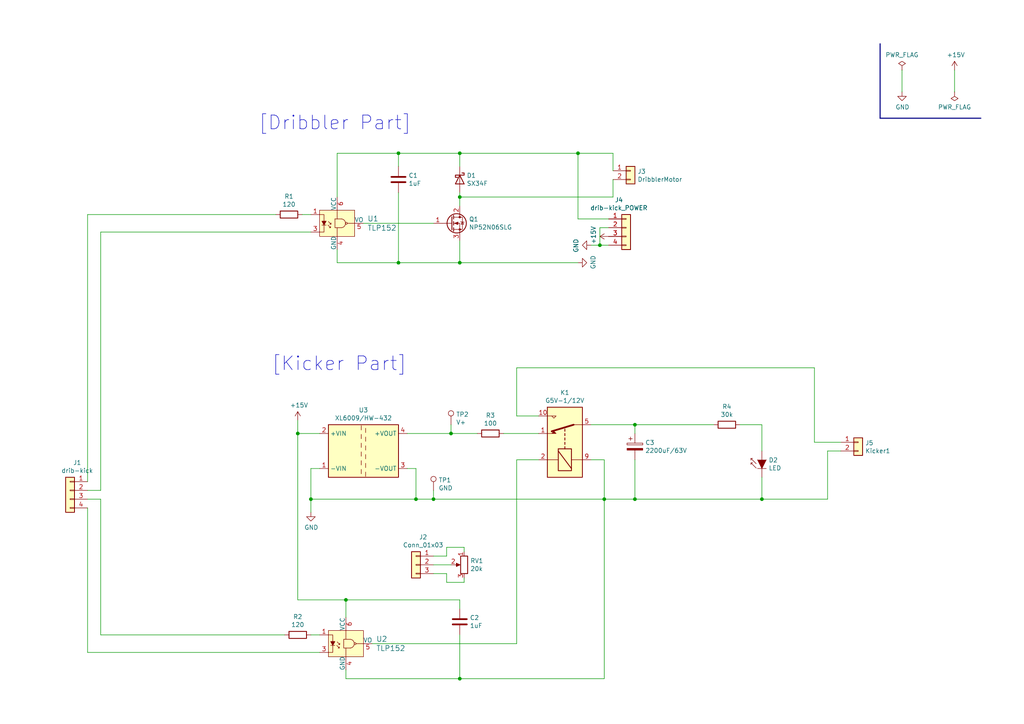
<source format=kicad_sch>
(kicad_sch (version 20211123) (generator eeschema)
  (paper "A4")
  (title_block (title "control board") (date "2021-11-06") (rev "V1.0") (company "Saeki.A"))
  (lib_symbols
    (symbol "1.Robot.prtty:LED" (pin_numbers hide) (pin_names (offset 1.016) hide)
      (property "Reference" "D" (at 0.508 1.778 0))
      (property "Value" "1.Robot.prtty_LED" (at -1.016 -2.794 0))
      (symbol "LED_0_1"
        (polyline (pts (xy -2.54 1.27) (xy -2.54 -1.27)) (stroke (width 0.1524)))
        (polyline (pts (xy 0.381 3.175) (xy -0.127 3.175)))
        (polyline (pts (xy -1.143 1.651) (xy 0.381 3.175) (xy 0.381 2.667)))
        (polyline (pts (xy 0 1.27) (xy -2.54 0) (xy 0 -1.27)) (fill (type outline)))
        (polyline (pts (xy -2.413 1.651) (xy -0.889 3.175) (xy -0.889 2.667) (xy -0.889 3.175) (xy -1.397 3.175)))
      )
      (symbol "LED_1_1"
        (pin passive line (at -5.08 0 0) (length 2.54) (name "K") (number "1"))
        (pin passive line (at 2.54 0 180) (length 2.54) (name "A") (number "2"))
      )
    )
    (symbol "1.Robot.prtty:TLP152" (pin_names (offset 0))
      (property "Reference" "U" (at -7.62 7.62 0))
      (property "Value" "1.Robot.prtty_TLP152" (at 2.54 -5.715 0))
      (symbol "TLP152_0_1"
        (rectangle (start -5.08 3.81) (end 5.08 -3.81) (fill (type background)))
        (polyline (pts (xy -4.445 -0.508) (xy -3.175 -0.508)))
        (polyline (pts (xy -1.905 -1.27) (xy -1.905 -0.889)))
        (polyline (pts (xy -1.778 -0.254) (xy -2.159 -0.254)))
        (polyline (pts (xy -0.635 1.27) (xy 1.27 1.27)))
        (polyline (pts (xy 0 -3.81) (xy 0 -1.27)))
        (polyline (pts (xy 0 3.81) (xy 0 1.27)))
        (polyline (pts (xy 2.921 0) (xy 5.08 0)))
        (polyline (pts (xy -5.08 -2.54) (xy -3.81 -2.54) (xy -3.81 -0.254)))
        (polyline (pts (xy -5.08 2.54) (xy -3.81 2.54) (xy -3.81 0.508)))
        (polyline (pts (xy -2.667 -0.508) (xy -1.905 -1.27) (xy -2.286 -1.27)))
        (polyline (pts (xy -2.54 0.508) (xy -1.778 -0.254) (xy -1.778 0.127)))
        (polyline (pts (xy -0.635 1.27) (xy -0.635 -1.27) (xy 1.27 -1.27)))
        (polyline (pts (xy -4.318 0.635) (xy -3.175 0.635) (xy -3.81 -0.508) (xy -4.445 0.635)) (fill (type outline)))
        (arc (start 1.27 -1.27) (mid 2.4193 0) (end 1.27 1.27))
        (circle (center 2.667 0) (radius 0.2794))
      )
      (symbol "TLP152_1_1"
        (pin passive line (at -7.62 2.54 0) (length 2.54) (name "~") (number "1"))
        (pin passive line (at -7.62 -2.54 0) (length 2.54) (name "~") (number "3"))
        (pin power_in line (at 0 -7.62 90) (length 3.81) (name "GND") (number "4"))
        (pin output line (at 7.62 0 180) (length 2.54) (name "VO") (number "5"))
        (pin power_in line (at 0 7.62 270) (length 3.81) (name "VCC") (number "6"))
      )
    )
    (symbol "Connector:TestPoint" (pin_numbers hide) (pin_names (offset 0.762) hide)
      (property "Reference" "TP" (at 0 6.858 0))
      (property "Value" "TestPoint" (at 0 5.08 0))
      (symbol "TestPoint_0_1"
        (circle (center 0 3.302) (radius 0.762))
      )
      (symbol "TestPoint_1_1"
        (pin passive line (at 0 0 90) (length 2.54) (name "1") (number "1"))
      )
    )
    (symbol "Connector_Generic:Conn_01x02" (pin_names (offset 1.016) hide)
      (property "Reference" "J" (at 0 2.54 0))
      (property "Value" "Conn_01x02" (at 0 -5.08 0))
      (symbol "Conn_01x02_1_1"
        (rectangle (start -1.27 -2.413) (end 0 -2.667) (stroke (width 0.1524)))
        (rectangle (start -1.27 0.127) (end 0 -0.127) (stroke (width 0.1524)))
        (rectangle (start -1.27 1.27) (end 1.27 -3.81) (stroke (width 0.254)) (fill (type background)))
        (pin passive line (at -5.08 0 0) (length 3.81) (name "Pin_1") (number "1"))
        (pin passive line (at -5.08 -2.54 0) (length 3.81) (name "Pin_2") (number "2"))
      )
    )
    (symbol "Connector_Generic:Conn_01x03" (pin_names (offset 1.016) hide)
      (property "Reference" "J" (at 0 5.08 0))
      (property "Value" "Conn_01x03" (at 0 -5.08 0))
      (symbol "Conn_01x03_1_1"
        (rectangle (start -1.27 -2.413) (end 0 -2.667) (stroke (width 0.1524)))
        (rectangle (start -1.27 0.127) (end 0 -0.127) (stroke (width 0.1524)))
        (rectangle (start -1.27 2.667) (end 0 2.413) (stroke (width 0.1524)))
        (rectangle (start -1.27 3.81) (end 1.27 -3.81) (stroke (width 0.254)) (fill (type background)))
        (pin passive line (at -5.08 2.54 0) (length 3.81) (name "Pin_1") (number "1"))
        (pin passive line (at -5.08 0 0) (length 3.81) (name "Pin_2") (number "2"))
        (pin passive line (at -5.08 -2.54 0) (length 3.81) (name "Pin_3") (number "3"))
      )
    )
    (symbol "Connector_Generic:Conn_01x04" (pin_names (offset 1.016) hide)
      (property "Reference" "J" (at 0 5.08 0))
      (property "Value" "Conn_01x04" (at 0 -7.62 0))
      (symbol "Conn_01x04_1_1"
        (rectangle (start -1.27 -4.953) (end 0 -5.207) (stroke (width 0.1524)))
        (rectangle (start -1.27 -2.413) (end 0 -2.667) (stroke (width 0.1524)))
        (rectangle (start -1.27 0.127) (end 0 -0.127) (stroke (width 0.1524)))
        (rectangle (start -1.27 2.667) (end 0 2.413) (stroke (width 0.1524)))
        (rectangle (start -1.27 3.81) (end 1.27 -6.35) (stroke (width 0.254)) (fill (type background)))
        (pin passive line (at -5.08 2.54 0) (length 3.81) (name "Pin_1") (number "1"))
        (pin passive line (at -5.08 0 0) (length 3.81) (name "Pin_2") (number "2"))
        (pin passive line (at -5.08 -2.54 0) (length 3.81) (name "Pin_3") (number "3"))
        (pin passive line (at -5.08 -5.08 0) (length 3.81) (name "Pin_4") (number "4"))
      )
    )
    (symbol "Device:C" (pin_numbers hide) (pin_names (offset 0.254))
      (property "Reference" "C" (at 0.635 2.54 0))
      (property "Value" "C" (at 0.635 -2.54 0))
      (symbol "C_0_1"
        (polyline (pts (xy -2.032 -0.762) (xy 2.032 -0.762)) (stroke (width 0.508)))
        (polyline (pts (xy -2.032 0.762) (xy 2.032 0.762)) (stroke (width 0.508)))
      )
      (symbol "C_1_1"
        (pin passive line (at 0 3.81 270) (length 2.794) (name "~") (number "1"))
        (pin passive line (at 0 -3.81 90) (length 2.794) (name "~") (number "2"))
      )
    )
    (symbol "Device:CP" (pin_numbers hide) (pin_names (offset 0.254))
      (property "Reference" "C" (at 0.635 2.54 0))
      (property "Value" "Device_CP" (at 0.635 -2.54 0))
      (symbol "CP_0_1"
        (rectangle (start -2.286 0.508) (end 2.286 1.016))
        (polyline (pts (xy -1.778 2.286) (xy -0.762 2.286)))
        (polyline (pts (xy -1.27 2.794) (xy -1.27 1.778)))
        (rectangle (start 2.286 -0.508) (end -2.286 -1.016) (fill (type outline)))
      )
      (symbol "CP_1_1"
        (pin passive line (at 0 3.81 270) (length 2.794) (name "~") (number "1"))
        (pin passive line (at 0 -3.81 90) (length 2.794) (name "~") (number "2"))
      )
    )
    (symbol "Device:D_Schottky" (pin_numbers hide) (pin_names (offset 1.016) hide)
      (property "Reference" "D" (at 0 2.54 0))
      (property "Value" "D_Schottky" (at 0 -2.54 0))
      (symbol "D_Schottky_0_1"
        (polyline (pts (xy 1.27 0) (xy -1.27 0)))
        (polyline (pts (xy 1.27 1.27) (xy 1.27 -1.27) (xy -1.27 0) (xy 1.27 1.27)) (stroke (width 0.254)))
        (polyline (pts (xy -1.905 0.635) (xy -1.905 1.27) (xy -1.27 1.27) (xy -1.27 -1.27) (xy -0.635 -1.27) (xy -0.635 -0.635)) (stroke (width 0.254)))
      )
      (symbol "D_Schottky_1_1"
        (pin passive line (at -3.81 0 0) (length 2.54) (name "K") (number "1"))
        (pin passive line (at 3.81 0 180) (length 2.54) (name "A") (number "2"))
      )
    )
    (symbol "Device:R" (pin_numbers hide) (pin_names (offset 0))
      (property "Reference" "R" (at 2.032 0 90))
      (property "Value" "R" (at 0 0 90))
      (symbol "R_0_1"
        (rectangle (start -1.016 -2.54) (end 1.016 2.54) (stroke (width 0.254)))
      )
      (symbol "R_1_1"
        (pin passive line (at 0 3.81 270) (length 1.27) (name "~") (number "1"))
        (pin passive line (at 0 -3.81 90) (length 1.27) (name "~") (number "2"))
      )
    )
    (symbol "Device:R_POT" (pin_names (offset 1.016) hide)
      (property "Reference" "RV" (at -4.445 0 90))
      (property "Value" "Device_R_POT" (at -2.54 0 90))
      (symbol "R_POT_0_1"
        (polyline (pts (xy 2.54 0) (xy 1.524 0)))
        (polyline (pts (xy 1.143 0) (xy 2.286 0.508) (xy 2.286 -0.508) (xy 1.143 0)) (fill (type outline)))
        (rectangle (start 1.016 2.54) (end -1.016 -2.54) (stroke (width 0.254)))
      )
      (symbol "R_POT_1_1"
        (pin passive line (at 0 3.81 270) (length 1.27) (name "1") (number "1"))
        (pin passive line (at 3.81 0 180) (length 1.27) (name "2") (number "2"))
        (pin passive line (at 0 -3.81 90) (length 1.27) (name "3") (number "3"))
      )
    )
    (symbol "Kikker20200725-rescue:TLP157-Akizuki" (pin_names (offset 0))
      (property "Reference" "U" (at -7.62 7.62 0))
      (property "Value" "Kikker20200725-rescue_TLP157-Akizuki" (at 2.54 -5.715 0))
      (symbol "TLP157-Akizuki_0_1"
        (rectangle (start -5.08 3.81) (end 5.08 -3.81) (fill (type background)))
        (polyline (pts (xy -4.445 -0.508) (xy -3.175 -0.508)))
        (polyline (pts (xy -1.905 -1.27) (xy -1.905 -0.889)))
        (polyline (pts (xy -1.778 -0.254) (xy -2.159 -0.254)))
        (polyline (pts (xy -0.635 1.27) (xy 1.27 1.27)))
        (polyline (pts (xy 0 -3.81) (xy 0 -1.27)))
        (polyline (pts (xy 0 3.81) (xy 0 1.27)))
        (polyline (pts (xy 2.921 0) (xy 5.08 0)))
        (polyline (pts (xy -5.08 -2.54) (xy -3.81 -2.54) (xy -3.81 -0.254)))
        (polyline (pts (xy -5.08 2.54) (xy -3.81 2.54) (xy -3.81 0.508)))
        (polyline (pts (xy -2.667 -0.508) (xy -1.905 -1.27) (xy -2.286 -1.27)))
        (polyline (pts (xy -2.54 0.508) (xy -1.778 -0.254) (xy -1.778 0.127)))
        (polyline (pts (xy -0.635 1.27) (xy -0.635 -1.27) (xy 1.27 -1.27)))
        (polyline (pts (xy -4.318 0.635) (xy -3.175 0.635) (xy -3.81 -0.508) (xy -4.445 0.635)) (fill (type outline)))
        (arc (start 1.27 -1.27) (mid 2.4193 0) (end 1.27 1.27))
        (circle (center 2.667 0) (radius 0.2794))
      )
      (symbol "TLP157-Akizuki_1_1"
        (pin passive line (at -7.62 2.54 0) (length 2.54) (name "~") (number "1"))
        (pin passive line (at -7.62 -2.54 0) (length 2.54) (name "~") (number "3"))
        (pin power_in line (at 0 -7.62 90) (length 3.81) (name "GND") (number "4"))
        (pin output line (at 7.62 0 180) (length 2.54) (name "VO") (number "5"))
        (pin power_in line (at 0 7.62 270) (length 3.81) (name "VCC") (number "6"))
      )
    )
    (symbol "Regulator_Switching:CRE1S0305S3C"
      (property "Reference" "U" (at -8.89 8.89 0))
      (property "Value" "CRE1S0305S3C" (at 2.54 8.89 0))
      (symbol "CRE1S0305S3C_0_1"
        (rectangle (start -10.16 7.62) (end 10.16 -7.62) (stroke (width 0.254)) (fill (type background)))
        (polyline (pts (xy -0.635 -5.334) (xy -0.635 -6.604)))
        (polyline (pts (xy -0.635 -2.794) (xy -0.635 -4.064)))
        (polyline (pts (xy -0.635 -0.254) (xy -0.635 -1.524)))
        (polyline (pts (xy -0.635 2.286) (xy -0.635 1.016)))
        (polyline (pts (xy -0.635 4.826) (xy -0.635 3.556)))
        (polyline (pts (xy -0.635 7.366) (xy -0.635 6.096)))
        (polyline (pts (xy 0.635 -7.366) (xy 0.635 -6.096)))
        (polyline (pts (xy 0.635 -4.826) (xy 0.635 -3.556)))
        (polyline (pts (xy 0.635 -2.286) (xy 0.635 -1.016)))
        (polyline (pts (xy 0.635 0.254) (xy 0.635 1.524)))
        (polyline (pts (xy 0.635 2.794) (xy 0.635 4.064)))
        (polyline (pts (xy 0.635 5.334) (xy 0.635 6.604)))
      )
      (symbol "CRE1S0305S3C_1_1"
        (pin power_in line (at -12.7 -5.08 0) (length 2.54) (name "-VIN") (number "1"))
        (pin power_in line (at -12.7 5.08 0) (length 2.54) (name "+VIN") (number "2"))
        (pin power_out line (at 12.7 -5.08 180) (length 2.54) (name "-VOUT") (number "3"))
        (pin power_out line (at 12.7 5.08 180) (length 2.54) (name "+VOUT") (number "4"))
      )
    )
    (symbol "Relay:G5V-1"
      (property "Reference" "K" (at 11.43 3.81 0))
      (property "Value" "G5V-1" (at 11.43 1.27 0))
      (symbol "G5V-1_0_0"
        (polyline (pts (xy 7.62 5.08) (xy 7.62 2.54) (xy 6.985 3.175) (xy 7.62 3.81)))
      )
      (symbol "G5V-1_0_1"
        (rectangle (start -10.16 5.08) (end 10.16 -5.08) (stroke (width 0.254)) (fill (type background)))
        (rectangle (start -8.255 1.905) (end -1.905 -1.905) (stroke (width 0.254)))
        (polyline (pts (xy -7.62 -1.905) (xy -2.54 1.905)) (stroke (width 0.254)))
        (polyline (pts (xy -5.08 -5.08) (xy -5.08 -1.905)))
        (polyline (pts (xy -5.08 5.08) (xy -5.08 1.905)))
        (polyline (pts (xy -1.905 0) (xy -1.27 0)) (stroke (width 0.254)))
        (polyline (pts (xy -0.635 0) (xy 0 0)) (stroke (width 0.254)))
        (polyline (pts (xy 0.635 0) (xy 1.27 0)) (stroke (width 0.254)))
        (polyline (pts (xy 1.905 0) (xy 2.54 0)) (stroke (width 0.254)))
        (polyline (pts (xy 3.175 0) (xy 3.81 0)) (stroke (width 0.254)))
        (polyline (pts (xy 5.08 -2.54) (xy 3.175 3.81)) (stroke (width 0.508)))
        (polyline (pts (xy 5.08 -2.54) (xy 5.08 -5.08)))
        (polyline (pts (xy 2.54 5.08) (xy 2.54 2.54) (xy 3.175 3.175) (xy 2.54 3.81)) (fill (type outline)))
      )
      (symbol "G5V-1_1_1"
        (pin passive line (at 2.54 7.62 270) (length 2.54) (name "~") (number "1"))
        (pin passive line (at 7.62 7.62 270) (length 2.54) (name "~") (number "10"))
        (pin passive line (at -5.08 7.62 270) (length 2.54) (name "~") (number "2"))
        (pin passive line (at 5.08 -7.62 90) (length 2.54) (name "~") (number "5"))
        (pin passive line (at 5.08 -7.62 90) (length 2.54) hide (name "~") (number "6"))
        (pin passive line (at -5.08 -7.62 90) (length 2.54) (name "~") (number "9"))
      )
    )
    (symbol "Transistor_FET:NP52N06SLG" (pin_names hide)
      (property "Reference" "Q" (at 5.08 1.905 0))
      (property "Value" "Transistor_FET_NP52N06SLG" (at 5.08 0 0))
      (symbol "NP52N06SLG_0_1"
        (polyline (pts (xy 0.254 0) (xy -2.54 0)))
        (polyline (pts (xy 0.254 1.905) (xy 0.254 -1.905)) (stroke (width 0.254)))
        (polyline (pts (xy 0.762 -1.27) (xy 0.762 -2.286)) (stroke (width 0.254)))
        (polyline (pts (xy 0.762 0.508) (xy 0.762 -0.508)) (stroke (width 0.254)))
        (polyline (pts (xy 0.762 2.286) (xy 0.762 1.27)) (stroke (width 0.254)))
        (polyline (pts (xy 2.54 2.54) (xy 2.54 1.778)))
        (polyline (pts (xy 2.54 -2.54) (xy 2.54 0) (xy 0.762 0)))
        (polyline (pts (xy 0.762 -1.778) (xy 3.302 -1.778) (xy 3.302 1.778) (xy 0.762 1.778)))
        (polyline (pts (xy 1.016 0) (xy 2.032 0.381) (xy 2.032 -0.381) (xy 1.016 0)) (fill (type outline)))
        (polyline (pts (xy 2.794 0.508) (xy 2.921 0.381) (xy 3.683 0.381) (xy 3.81 0.254)))
        (polyline (pts (xy 3.302 0.381) (xy 2.921 -0.254) (xy 3.683 -0.254) (xy 3.302 0.381)))
        (circle (center 1.651 0) (radius 2.794) (stroke (width 0.254)))
        (circle (center 2.54 -1.778) (radius 0.254) (fill (type outline)))
        (circle (center 2.54 1.778) (radius 0.254) (fill (type outline)))
      )
      (symbol "NP52N06SLG_1_1"
        (pin input line (at -5.08 0 0) (length 2.54) (name "G") (number "1"))
        (pin passive line (at 2.54 5.08 270) (length 2.54) (name "D") (number "2"))
        (pin passive line (at 2.54 -5.08 90) (length 2.54) (name "S") (number "3"))
      )
    )
    (symbol "power:+15V" (power) (pin_names (offset 0))
      (property "Value" "+15V" (at 0 3.556 0))
      (symbol "+15V_0_1"
        (polyline (pts (xy -0.762 1.27) (xy 0 2.54)))
        (polyline (pts (xy 0 0) (xy 0 2.54)))
        (polyline (pts (xy 0 2.54) (xy 0.762 1.27)))
      )
      (symbol "+15V_1_1"
        (pin power_in line (at 0 0 90) (length 0) hide (name "+15V") (number "1"))
      )
    )
    (symbol "power:GND" (power) (pin_names (offset 0))
      (property "Value" "GND" (at 0 -3.81 0))
      (symbol "GND_0_1"
        (polyline (pts (xy 0 0) (xy 0 -1.27) (xy 1.27 -1.27) (xy 0 -2.54) (xy -1.27 -1.27) (xy 0 -1.27)))
      )
      (symbol "GND_1_1"
        (pin power_in line (at 0 0 270) (length 0) hide (name "GND") (number "1"))
      )
    )
    (symbol "power:PWR_FLAG" (power) (pin_numbers hide) (pin_names (offset 0) hide)
      (property "Value" "PWR_FLAG" (at 0 3.81 0))
      (symbol "PWR_FLAG_0_0"
        (pin power_out line (at 0 0 90) (length 0) (name "pwr") (number "1"))
      )
      (symbol "PWR_FLAG_0_1"
        (polyline (pts (xy 0 0) (xy 0 1.27) (xy -1.016 1.905) (xy 0 2.54) (xy 1.016 1.905) (xy 0 1.27)))
      )
    )
  )
  (junction (at 220.98 144.78))
  (junction (at 133.35 57.15))
  (junction (at 125.73 144.78))
  (junction (at 184.15 144.78))
  (junction (at 115.57 44.45))
  (junction (at 120.65 144.78))
  (junction (at 90.17 144.78))
  (junction (at 167.64 44.45))
  (junction (at 133.35 196.85))
  (junction (at 100.33 173.99))
  (junction (at 173.99 71.12))
  (junction (at 133.35 76.2))
  (junction (at 86.36 125.73))
  (junction (at 130.81 125.73))
  (junction (at 175.26 144.78))
  (junction (at 184.15 123.19))
  (junction (at 133.35 44.45))
  (junction (at 115.57 76.2))
  (wire (pts (xy 25.4 142.24) (xy 29.21 142.24)))
  (wire (pts (xy 29.21 144.78) (xy 29.21 184.15)))
  (wire (pts (xy 133.35 59.69) (xy 133.35 57.15)))
  (wire (pts (xy 120.65 135.89) (xy 118.11 135.89)))
  (wire (pts (xy 125.73 161.29) (xy 129.54 161.29)))
  (wire (pts (xy 133.35 173.99) (xy 133.35 176.53)))
  (bus (pts (xy 255.27 12.7) (xy 255.27 34.29)))
  (wire (pts (xy 167.64 63.5) (xy 176.53 63.5)))
  (wire (pts (xy 175.26 133.35) (xy 171.45 133.35)))
  (wire (pts (xy 175.26 144.78) (xy 175.26 196.85)))
  (wire (pts (xy 100.33 173.99) (xy 100.33 179.07)))
  (wire (pts (xy 133.35 57.15) (xy 177.8 57.15)))
  (wire (pts (xy 29.21 142.24) (xy 29.21 67.31)))
  (wire (pts (xy 107.95 186.69) (xy 149.86 186.69)))
  (wire (pts (xy 149.86 106.68) (xy 236.22 106.68)))
  (wire (pts (xy 184.15 144.78) (xy 220.98 144.78)))
  (wire (pts (xy 115.57 44.45) (xy 115.57 48.26)))
  (wire (pts (xy 261.62 20.32) (xy 261.62 26.67)))
  (wire (pts (xy 175.26 144.78) (xy 184.15 144.78)))
  (wire (pts (xy 92.71 135.89) (xy 90.17 135.89)))
  (wire (pts (xy 97.79 44.45) (xy 115.57 44.45)))
  (wire (pts (xy 86.36 121.92) (xy 86.36 125.73)))
  (wire (pts (xy 29.21 184.15) (xy 82.55 184.15)))
  (wire (pts (xy 146.05 125.73) (xy 156.21 125.73)))
  (wire (pts (xy 156.21 120.65) (xy 149.86 120.65)))
  (wire (pts (xy 97.79 57.15) (xy 97.79 44.45)))
  (wire (pts (xy 90.17 184.15) (xy 92.71 184.15)))
  (wire (pts (xy 100.33 173.99) (xy 133.35 173.99)))
  (wire (pts (xy 134.62 168.91) (xy 134.62 167.64)))
  (wire (pts (xy 171.45 123.19) (xy 184.15 123.19)))
  (wire (pts (xy 25.4 189.23) (xy 25.4 147.32)))
  (wire (pts (xy 90.17 144.78) (xy 90.17 148.59)))
  (wire (pts (xy 133.35 44.45) (xy 167.64 44.45)))
  (wire (pts (xy 25.4 144.78) (xy 29.21 144.78)))
  (wire (pts (xy 176.53 66.04) (xy 173.99 66.04)))
  (wire (pts (xy 214.63 123.19) (xy 220.98 123.19)))
  (wire (pts (xy 184.15 123.19) (xy 207.01 123.19)))
  (wire (pts (xy 125.73 163.83) (xy 130.81 163.83)))
  (wire (pts (xy 29.21 67.31) (xy 90.17 67.31)))
  (wire (pts (xy 236.22 128.27) (xy 243.84 128.27)))
  (wire (pts (xy 133.35 76.2) (xy 133.35 69.85)))
  (wire (pts (xy 120.65 144.78) (xy 125.73 144.78)))
  (wire (pts (xy 115.57 76.2) (xy 133.35 76.2)))
  (wire (pts (xy 129.54 158.75) (xy 134.62 158.75)))
  (wire (pts (xy 133.35 196.85) (xy 175.26 196.85)))
  (wire (pts (xy 134.62 158.75) (xy 134.62 160.02)))
  (wire (pts (xy 125.73 144.78) (xy 175.26 144.78)))
  (wire (pts (xy 115.57 55.88) (xy 115.57 76.2)))
  (wire (pts (xy 100.33 196.85) (xy 133.35 196.85)))
  (wire (pts (xy 105.41 64.77) (xy 125.73 64.77)))
  (wire (pts (xy 115.57 44.45) (xy 133.35 44.45)))
  (wire (pts (xy 133.35 184.15) (xy 133.35 196.85)))
  (wire (pts (xy 220.98 144.78) (xy 240.03 144.78)))
  (wire (pts (xy 130.81 123.19) (xy 130.81 125.73)))
  (wire (pts (xy 173.99 66.04) (xy 173.99 71.12)))
  (wire (pts (xy 276.86 20.32) (xy 276.86 26.67)))
  (bus (pts (xy 255.27 34.29) (xy 284.48 34.29)))
  (wire (pts (xy 175.26 144.78) (xy 175.26 133.35)))
  (wire (pts (xy 86.36 125.73) (xy 86.36 173.99)))
  (wire (pts (xy 118.11 125.73) (xy 130.81 125.73)))
  (wire (pts (xy 149.86 133.35) (xy 156.21 133.35)))
  (wire (pts (xy 90.17 135.89) (xy 90.17 144.78)))
  (wire (pts (xy 129.54 166.37) (xy 129.54 168.91)))
  (wire (pts (xy 177.8 44.45) (xy 177.8 49.53)))
  (wire (pts (xy 129.54 168.91) (xy 134.62 168.91)))
  (wire (pts (xy 25.4 139.7) (xy 25.4 62.23)))
  (wire (pts (xy 177.8 52.07) (xy 177.8 57.15)))
  (wire (pts (xy 97.79 72.39) (xy 97.79 76.2)))
  (wire (pts (xy 240.03 130.81) (xy 240.03 144.78)))
  (wire (pts (xy 149.86 120.65) (xy 149.86 106.68)))
  (wire (pts (xy 220.98 123.19) (xy 220.98 130.81)))
  (wire (pts (xy 133.35 76.2) (xy 167.64 76.2)))
  (wire (pts (xy 25.4 189.23) (xy 92.71 189.23)))
  (wire (pts (xy 236.22 106.68) (xy 236.22 128.27)))
  (wire (pts (xy 171.45 71.12) (xy 173.99 71.12)))
  (wire (pts (xy 125.73 142.24) (xy 125.73 144.78)))
  (wire (pts (xy 90.17 144.78) (xy 120.65 144.78)))
  (wire (pts (xy 87.63 62.23) (xy 90.17 62.23)))
  (wire (pts (xy 184.15 133.35) (xy 184.15 144.78)))
  (wire (pts (xy 100.33 194.31) (xy 100.33 196.85)))
  (wire (pts (xy 125.73 166.37) (xy 129.54 166.37)))
  (wire (pts (xy 149.86 133.35) (xy 149.86 186.69)))
  (wire (pts (xy 97.79 76.2) (xy 115.57 76.2)))
  (wire (pts (xy 86.36 125.73) (xy 92.71 125.73)))
  (wire (pts (xy 220.98 138.43) (xy 220.98 144.78)))
  (wire (pts (xy 129.54 161.29) (xy 129.54 158.75)))
  (wire (pts (xy 120.65 144.78) (xy 120.65 135.89)))
  (wire (pts (xy 173.99 71.12) (xy 176.53 71.12)))
  (wire (pts (xy 86.36 173.99) (xy 100.33 173.99)))
  (wire (pts (xy 130.81 125.73) (xy 138.43 125.73)))
  (wire (pts (xy 133.35 48.26) (xy 133.35 44.45)))
  (wire (pts (xy 243.84 130.81) (xy 240.03 130.81)))
  (wire (pts (xy 167.64 44.45) (xy 167.64 63.5)))
  (wire (pts (xy 184.15 123.19) (xy 184.15 125.73)))
  (wire (pts (xy 133.35 57.15) (xy 133.35 55.88)))
  (wire (pts (xy 25.4 62.23) (xy 80.01 62.23)))
  (wire (pts (xy 167.64 44.45) (xy 177.8 44.45)))
  (text "[Kicker Part]" (at 78.74 107.95 0) (effects (font (size 3.9878 3.9878)) (justify left bottom)))
  (text "[Dribbler Part]" (at 74.93 38.1 0) (effects (font (size 3.9878 3.9878)) (justify left bottom)))
  (symbol (lib_id "Device:C") (at 115.57 52.07 0) (unit 1)
    (property "Reference" "C1" (at 118.491 50.9016 0) (effects (justify left)))
    (property "Value" "1uF" (at 118.491 53.213 0) (effects (justify left)))
    (property "Footprint" "Capacitor_SMD:C_0603_1608Metric_Pad1.08x0.95mm_HandSolder" (effects hide))
  )
  (symbol (lib_id "Kikker20200725-rescue:TLP157-Akizuki") (at 100.33 186.69 0) (unit 1)
    (property "Reference" "U2" (at 109.0676 185.3438 0) (effects (font (size 1.524 1.524)) (justify left)))
    (property "Value" "TLP152" (at 109.0676 188.0362 0) (effects (font (size 1.524 1.524)) (justify left)))
    (property "Footprint" "0.main.robot:TLP152" (effects hide))
  )
  (symbol (lib_id "Device:D_Schottky") (at 133.35 52.07 270) (unit 1)
    (property "Reference" "D1" (at 135.3566 50.9016 90) (effects (justify left)))
    (property "Value" "SX34F" (at 135.3566 53.213 90) (effects (justify left)))
    (property "Footprint" "Diode_SMD:D_SMA" (effects hide))
  )
  (symbol (lib_id "power:GND") (at 261.62 26.67 0) (unit 1)
    (property "Reference" "#PWR0107" (effects hide))
    (property "Value" "GND" (at 261.747 31.0642 0))
  )
  (symbol (lib_id "Connector:TestPoint") (at 125.73 142.24 0) (unit 1)
    (property "Reference" "TP1" (at 127.2032 139.2428 0) (effects (justify left)))
    (property "Value" "GND" (at 127.2032 141.5542 0) (effects (justify left)))
    (property "Footprint" "TestPoint:TestPoint_Loop_D2.60mm_Drill0.9mm_Beaded" (effects hide))
  )
  (symbol (lib_id "Device:R") (at 83.82 62.23 270) (unit 1)
    (property "Reference" "R1" (at 83.82 56.9722 90))
    (property "Value" "120" (at 83.82 59.2836 90))
    (property "Footprint" "Resistor_SMD:R_0603_1608Metric_Pad0.98x0.95mm_HandSolder" (effects hide))
  )
  (symbol (lib_id "Device:R") (at 86.36 184.15 270) (unit 1)
    (property "Reference" "R2" (at 86.36 178.8922 90))
    (property "Value" "120" (at 86.36 181.2036 90))
    (property "Footprint" "Resistor_SMD:R_0603_1608Metric_Pad0.98x0.95mm_HandSolder" (effects hide))
  )
  (symbol (lib_id "Device:C") (at 133.35 180.34 0) (unit 1)
    (property "Reference" "C2" (at 136.271 179.1716 0) (effects (justify left)))
    (property "Value" "1uF" (at 136.271 181.483 0) (effects (justify left)))
    (property "Footprint" "Capacitor_SMD:C_0603_1608Metric_Pad1.08x0.95mm_HandSolder" (effects hide))
  )
  (symbol (lib_id "Connector_Generic:Conn_01x04") (at 181.61 66.04 0) (unit 1)
    (property "Reference" "J4" (at 179.5272 57.9882 0))
    (property "Value" "drib-kick_POWER" (at 179.5272 60.2996 0))
    (property "Footprint" "Connector_PinHeader_2.54mm:PinHeader_1x04_P2.54mm_Vertical" (effects hide))
  )
  (symbol (lib_id "Connector:TestPoint") (at 130.81 123.19 0) (unit 1)
    (property "Reference" "TP2" (at 132.2832 120.1928 0) (effects (justify left)))
    (property "Value" "V+" (at 132.2832 122.5042 0) (effects (justify left)))
    (property "Footprint" "TestPoint:TestPoint_Loop_D2.60mm_Drill0.9mm_Beaded" (effects hide))
  )
  (symbol (lib_id "Connector_Generic:Conn_01x02") (at 248.92 128.27 0) (unit 1)
    (property "Reference" "J5" (at 250.952 128.4732 0) (effects (justify left)))
    (property "Value" "Kicker1" (at 250.952 130.7846 0) (effects (justify left)))
    (property "Footprint" "Connector_JST:JST_XH_B2B-XH-A_1x02_P2.50mm_Vertical" (effects hide))
  )
  (symbol (lib_id "power:PWR_FLAG") (at 261.62 20.32 0) (unit 1)
    (property "Reference" "#FLG0101" (effects hide))
    (property "Value" "PWR_FLAG" (at 261.62 15.9258 0))
  )
  (symbol (lib_id "power:GND") (at 90.17 148.59 0) (unit 1)
    (property "Reference" "#PWR0104" (effects hide))
    (property "Value" "GND" (at 90.297 152.9842 0))
  )
  (symbol (lib_id "Device:R") (at 210.82 123.19 90) (unit 1)
    (property "Reference" "R4" (at 210.82 117.9322 90))
    (property "Value" "30k" (at 210.82 120.2436 90))
    (property "Footprint" "Resistor_THT:R_Axial_DIN0204_L3.6mm_D1.6mm_P5.08mm_Horizontal" (effects hide))
  )
  (symbol (lib_id "1.Robot.prtty:TLP152") (at 97.79 64.77 0) (unit 1)
    (property "Reference" "U1" (at 106.5276 63.4238 0) (effects (font (size 1.524 1.524)) (justify left)))
    (property "Value" "TLP152" (at 106.5276 66.1162 0) (effects (font (size 1.524 1.524)) (justify left)))
    (property "Footprint" "0.main.robot:TLP152" (effects hide))
  )
  (symbol (lib_id "Connector_Generic:Conn_01x02") (at 182.88 49.53 0) (unit 1)
    (property "Reference" "J3" (at 184.912 49.7332 0) (effects (justify left)))
    (property "Value" "DribblerMotor" (at 184.912 52.0446 0) (effects (justify left)))
    (property "Footprint" "Connector_JST:JST_XH_B2B-XH-A_1x02_P2.50mm_Vertical" (effects hide))
  )
  (symbol (lib_id "power:PWR_FLAG") (at 276.86 26.67 180) (unit 1)
    (property "Reference" "#FLG0102" (effects hide))
    (property "Value" "PWR_FLAG" (at 276.86 31.0642 0))
  )
  (symbol (lib_id "Connector_Generic:Conn_01x04") (at 20.32 142.24 0) (mirror y) (unit 1)
    (property "Reference" "J1" (at 22.4028 134.1882 0))
    (property "Value" "drib-kick" (at 22.4028 136.4996 0))
    (property "Footprint" "Connector_PinHeader_2.54mm:PinHeader_1x04_P2.54mm_Vertical" (effects hide))
  )
  (symbol (lib_id "power:+15V") (at 276.86 20.32 0) (unit 1)
    (property "Reference" "#PWR0106" (effects hide))
    (property "Value" "+15V" (at 277.241 15.9258 0))
  )
  (symbol (lib_id "power:GND") (at 167.64 76.2 90) (unit 1)
    (property "Reference" "#PWR0101" (effects hide))
    (property "Value" "GND" (at 172.0342 76.073 0))
  )
  (symbol (lib_id "Device:R") (at 142.24 125.73 270) (unit 1)
    (property "Reference" "R3" (at 142.24 120.4722 90))
    (property "Value" "100" (at 142.24 122.7836 90))
    (property "Footprint" "Resistor_THT:R_Axial_DIN0411_L9.9mm_D3.6mm_P20.32mm_Horizontal" (effects hide))
  )
  (symbol (lib_id "power:+15V") (at 176.53 68.58 90) (unit 1)
    (property "Reference" "#PWR0108" (effects hide))
    (property "Value" "+15V" (at 172.1358 68.199 0))
  )
  (symbol (lib_id "power:GND") (at 171.45 71.12 270) (unit 1)
    (property "Reference" "#PWR0109" (effects hide))
    (property "Value" "GND" (at 167.0558 71.247 0))
  )
  (symbol (lib_id "Device:R_POT") (at 134.62 163.83 0) (mirror y) (unit 1)
    (property "Reference" "RV1" (at 136.398 162.6616 0) (effects (justify right)))
    (property "Value" "20k" (at 136.398 164.973 0) (effects (justify right)))
    (property "Footprint" "0.main.robot:Trim-GF063X" (effects hide))
  )
  (symbol (lib_id "power:+15V") (at 86.36 121.92 0) (unit 1)
    (property "Reference" "#PWR0103" (effects hide))
    (property "Value" "+15V" (at 86.741 117.5258 0))
  )
  (symbol (lib_id "Transistor_FET:NP52N06SLG") (at 130.81 64.77 0) (unit 1)
    (property "Reference" "Q1" (at 136.017 63.6016 0) (effects (justify left)))
    (property "Value" "NP52N06SLG" (at 136.017 65.913 0) (effects (justify left)))
    (property "Footprint" "Package_TO_SOT_SMD:TO-252-2" (effects hide))
    (property "Datasheet" "https://www.infineon.com/dgdl/Infineon-IPD50R380CE-DS-v02_01-en.pdf?fileId=db3a30433ecb86d4013ed0a2ef580f38" (effects hide))
  )
  (symbol (lib_id "Connector_Generic:Conn_01x03") (at 120.65 163.83 0) (mirror y) (unit 1)
    (property "Reference" "J2" (at 122.7328 155.7782 0))
    (property "Value" "Conn_01x03" (at 122.7328 158.0896 0))
    (property "Footprint" "Connector_PinHeader_2.54mm:PinHeader_1x03_P2.54mm_Vertical" (effects hide))
  )
  (symbol (lib_id "Device:CP") (at 184.15 129.54 0) (unit 1)
    (property "Reference" "C3" (at 187.1472 128.3716 0) (effects (justify left)))
    (property "Value" "2200uF/63V" (at 187.1472 130.683 0) (effects (justify left)))
    (property "Footprint" "Capacitor_THT:CP_Radial_D16.0mm_P7.50mm" (effects hide))
  )
  (symbol (lib_id "Regulator_Switching:CRE1S0305S3C") (at 105.41 130.81 0) (unit 1)
    (property "Reference" "U3" (at 105.41 118.9482 0))
    (property "Value" "XL6009/HW-432" (at 105.41 121.2596 0))
    (property "Footprint" "0.main.robot:XL6009_HW432" (effects hide))
    (property "Datasheet" "http://power.murata.com/datasheet?/data/power/ncl/kdc_cre1.pdf" (effects hide))
  )
  (symbol (lib_id "Relay:G5V-1") (at 163.83 128.27 90) (unit 1)
    (property "Reference" "K1" (at 163.83 113.8682 90))
    (property "Value" "G5V-1/12V" (at 163.83 116.1796 90))
    (property "Footprint" "Relay_THT:Relay_SPDT_Omron_G5V-1" (effects hide))
    (property "Datasheet" "http://omronfs.omron.com/en_US/ecb/products/pdf/en-g5v_1.pdf" (effects hide))
  )
  (symbol (lib_id "1.Robot.prtty:LED") (at 220.98 133.35 90) (unit 1)
    (property "Reference" "D2" (at 222.9358 133.4516 90) (effects (justify right)))
    (property "Value" "LED" (at 222.9358 135.763 90) (effects (justify right)))
    (property "Footprint" "LED_SMD:LED_0603_1608Metric_Pad1.05x0.95mm_HandSolder" (effects hide))
  )
)
</source>
